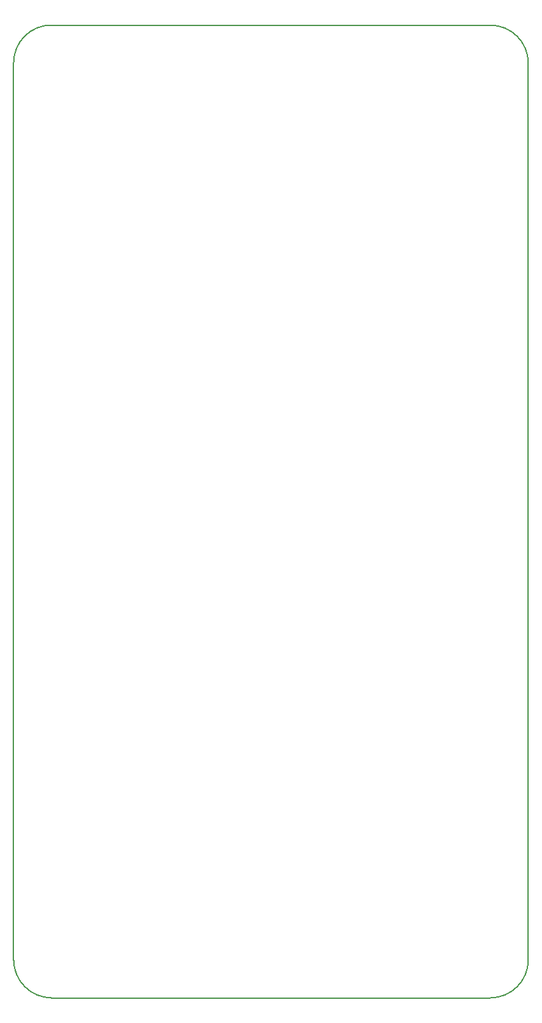
<source format=gbr>
G04 #@! TF.GenerationSoftware,KiCad,Pcbnew,(5.0.1)-3*
G04 #@! TF.CreationDate,2018-11-05T03:46:25+09:00*
G04 #@! TF.ProjectId,badge,62616467652E6B696361645F70636200,rev?*
G04 #@! TF.SameCoordinates,Original*
G04 #@! TF.FileFunction,Profile,NP*
%FSLAX46Y46*%
G04 Gerber Fmt 4.6, Leading zero omitted, Abs format (unit mm)*
G04 Created by KiCad (PCBNEW (5.0.1)-3) date 2018-11-05 오전 3:46:25*
%MOMM*%
%LPD*%
G01*
G04 APERTURE LIST*
%ADD10C,0.200000*%
G04 APERTURE END LIST*
D10*
X106680000Y-12700000D02*
X165100000Y-12700000D01*
X101600000Y-17700000D02*
X101600000Y-137160000D01*
X165100000Y-142240000D02*
G75*
G03X170180000Y-137160000I0J5080000D01*
G01*
X170180000Y-17780000D02*
G75*
G03X165100000Y-12700000I-5080000J0D01*
G01*
X101600000Y-137160000D02*
G75*
G03X106680000Y-142240000I5080000J0D01*
G01*
X106687262Y-12700762D02*
G75*
G03X101600000Y-17700000I-87262J-4999238D01*
G01*
X106680000Y-142240000D02*
X165100000Y-142240000D01*
X170180000Y-17780000D02*
X170180000Y-137160000D01*
M02*

</source>
